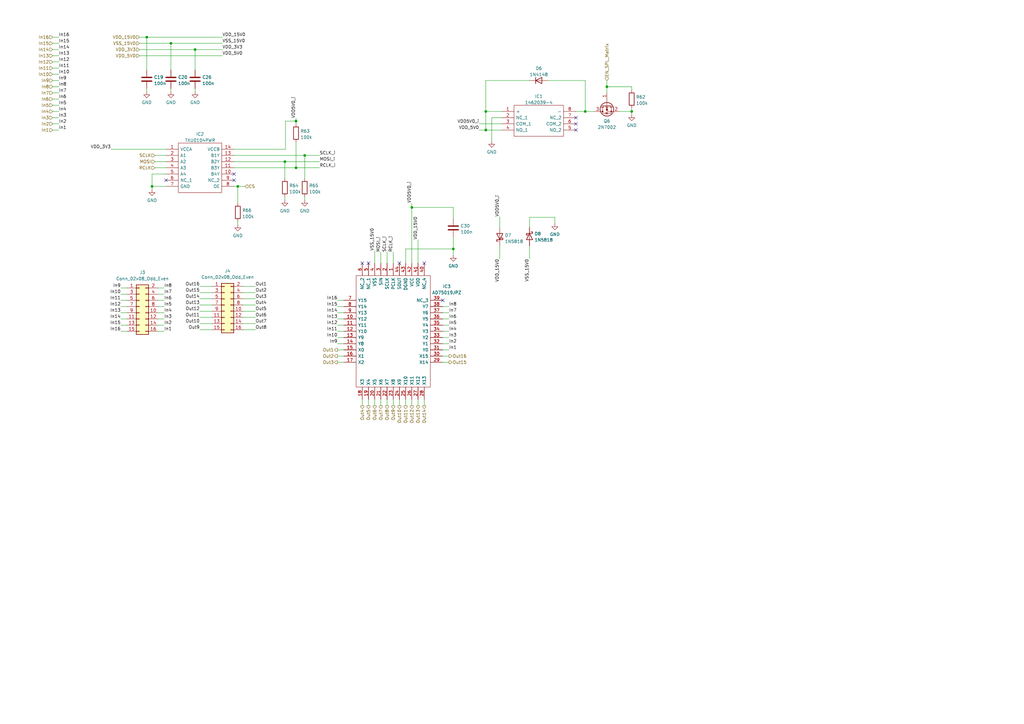
<source format=kicad_sch>
(kicad_sch (version 20211123) (generator eeschema)
  (paper "A3")
  (lib_symbols
    (symbol "Connector_Generic:Conn_02x08_Odd_Even" (pin_names (offset 1.016) hide)
      (property "Reference" "J" (at 1.27 10.16 0))
      (property "Value" "Conn_02x08_Odd_Even" (at 1.27 -12.7 0))
      (symbol "Conn_02x08_Odd_Even_1_1"
        (rectangle (start -1.27 -10.033) (end 0 -10.287) (stroke (width 0.1524)))
        (rectangle (start -1.27 -7.493) (end 0 -7.747) (stroke (width 0.1524)))
        (rectangle (start -1.27 -4.953) (end 0 -5.207) (stroke (width 0.1524)))
        (rectangle (start -1.27 -2.413) (end 0 -2.667) (stroke (width 0.1524)))
        (rectangle (start -1.27 0.127) (end 0 -0.127) (stroke (width 0.1524)))
        (rectangle (start -1.27 2.667) (end 0 2.413) (stroke (width 0.1524)))
        (rectangle (start -1.27 5.207) (end 0 4.953) (stroke (width 0.1524)))
        (rectangle (start -1.27 7.747) (end 0 7.493) (stroke (width 0.1524)))
        (rectangle (start -1.27 8.89) (end 3.81 -11.43) (stroke (width 0.254)) (fill (type background)))
        (rectangle (start 3.81 -10.033) (end 2.54 -10.287) (stroke (width 0.1524)))
        (rectangle (start 3.81 -7.493) (end 2.54 -7.747) (stroke (width 0.1524)))
        (rectangle (start 3.81 -4.953) (end 2.54 -5.207) (stroke (width 0.1524)))
        (rectangle (start 3.81 -2.413) (end 2.54 -2.667) (stroke (width 0.1524)))
        (rectangle (start 3.81 0.127) (end 2.54 -0.127) (stroke (width 0.1524)))
        (rectangle (start 3.81 2.667) (end 2.54 2.413) (stroke (width 0.1524)))
        (rectangle (start 3.81 5.207) (end 2.54 4.953) (stroke (width 0.1524)))
        (rectangle (start 3.81 7.747) (end 2.54 7.493) (stroke (width 0.1524)))
        (pin passive line (at -5.08 7.62 0) (length 3.81) (name "Pin_1") (number "1"))
        (pin passive line (at 7.62 -2.54 180) (length 3.81) (name "Pin_10") (number "10"))
        (pin passive line (at -5.08 -5.08 0) (length 3.81) (name "Pin_11") (number "11"))
        (pin passive line (at 7.62 -5.08 180) (length 3.81) (name "Pin_12") (number "12"))
        (pin passive line (at -5.08 -7.62 0) (length 3.81) (name "Pin_13") (number "13"))
        (pin passive line (at 7.62 -7.62 180) (length 3.81) (name "Pin_14") (number "14"))
        (pin passive line (at -5.08 -10.16 0) (length 3.81) (name "Pin_15") (number "15"))
        (pin passive line (at 7.62 -10.16 180) (length 3.81) (name "Pin_16") (number "16"))
        (pin passive line (at 7.62 7.62 180) (length 3.81) (name "Pin_2") (number "2"))
        (pin passive line (at -5.08 5.08 0) (length 3.81) (name "Pin_3") (number "3"))
        (pin passive line (at 7.62 5.08 180) (length 3.81) (name "Pin_4") (number "4"))
        (pin passive line (at -5.08 2.54 0) (length 3.81) (name "Pin_5") (number "5"))
        (pin passive line (at 7.62 2.54 180) (length 3.81) (name "Pin_6") (number "6"))
        (pin passive line (at -5.08 0 0) (length 3.81) (name "Pin_7") (number "7"))
        (pin passive line (at 7.62 0 180) (length 3.81) (name "Pin_8") (number "8"))
        (pin passive line (at -5.08 -2.54 0) (length 3.81) (name "Pin_9") (number "9"))
      )
    )
    (symbol "Device:C" (pin_numbers hide) (pin_names (offset 0.254))
      (property "Reference" "C" (at 0.635 2.54 0))
      (property "Value" "C" (at 0.635 -2.54 0))
      (symbol "C_0_1"
        (polyline (pts (xy -2.032 -0.762) (xy 2.032 -0.762)) (stroke (width 0.508)))
        (polyline (pts (xy -2.032 0.762) (xy 2.032 0.762)) (stroke (width 0.508)))
      )
      (symbol "C_1_1"
        (pin passive line (at 0 3.81 270) (length 2.794) (name "~") (number "1"))
        (pin passive line (at 0 -3.81 90) (length 2.794) (name "~") (number "2"))
      )
    )
    (symbol "Device:R" (pin_numbers hide) (pin_names (offset 0))
      (property "Reference" "R" (at 2.032 0 90))
      (property "Value" "R" (at 0 0 90))
      (symbol "R_0_1"
        (rectangle (start -1.016 -2.54) (end 1.016 2.54) (stroke (width 0.254)))
      )
      (symbol "R_1_1"
        (pin passive line (at 0 3.81 270) (length 1.27) (name "~") (number "1"))
        (pin passive line (at 0 -3.81 90) (length 1.27) (name "~") (number "2"))
      )
    )
    (symbol "Diode:1N4148" (pin_numbers hide) (pin_names hide)
      (property "Reference" "D" (at 0 2.54 0))
      (property "Value" "1N4148" (at 0 -2.54 0))
      (symbol "1N4148_0_1"
        (polyline (pts (xy -1.27 1.27) (xy -1.27 -1.27)) (stroke (width 0.254)))
        (polyline (pts (xy 1.27 0) (xy -1.27 0)))
        (polyline (pts (xy 1.27 1.27) (xy 1.27 -1.27) (xy -1.27 0) (xy 1.27 1.27)) (stroke (width 0.254)))
      )
      (symbol "1N4148_1_1"
        (pin passive line (at -3.81 0 0) (length 2.54) (name "K") (number "1"))
        (pin passive line (at 3.81 0 180) (length 2.54) (name "A") (number "2"))
      )
    )
    (symbol "Diode:1N5818" (pin_numbers hide) (pin_names (offset 1.016) hide)
      (property "Reference" "D" (at 0 2.54 0))
      (property "Value" "1N5818" (at 0 -2.54 0))
      (symbol "1N5818_0_1"
        (polyline (pts (xy 1.27 0) (xy -1.27 0)))
        (polyline (pts (xy 1.27 1.27) (xy 1.27 -1.27) (xy -1.27 0) (xy 1.27 1.27)) (stroke (width 0.254)))
        (polyline (pts (xy -1.905 0.635) (xy -1.905 1.27) (xy -1.27 1.27) (xy -1.27 -1.27) (xy -0.635 -1.27) (xy -0.635 -0.635)) (stroke (width 0.254)))
      )
      (symbol "1N5818_1_1"
        (pin passive line (at -3.81 0 0) (length 2.54) (name "K") (number "1"))
        (pin passive line (at 3.81 0 180) (length 2.54) (name "A") (number "2"))
      )
    )
    (symbol "SamacSys_Parts:1462039-4" (pin_names (offset 0.762))
      (property "Reference" "IC" (at 26.67 7.62 0))
      (property "Value" "1462039-4" (at 26.67 5.08 0))
      (symbol "1462039-4_0_0"
        (pin passive line (at 0 0 0) (length 5.08) (name "+") (number "1"))
        (pin passive line (at 0 -2.54 0) (length 5.08) (name "NC_1") (number "2"))
        (pin passive line (at 0 -5.08 0) (length 5.08) (name "COM_1") (number "3"))
        (pin passive line (at 0 -7.62 0) (length 5.08) (name "NO_1") (number "4"))
        (pin passive line (at 30.48 -7.62 180) (length 5.08) (name "NO_2") (number "5"))
        (pin passive line (at 30.48 -5.08 180) (length 5.08) (name "COM_2") (number "6"))
        (pin passive line (at 30.48 -2.54 180) (length 5.08) (name "NC_2") (number "7"))
        (pin passive line (at 30.48 0 180) (length 5.08) (name "-") (number "8"))
      )
      (symbol "1462039-4_0_1"
        (polyline (pts (xy 5.08 2.54) (xy 25.4 2.54) (xy 25.4 -10.16) (xy 5.08 -10.16) (xy 5.08 2.54)) (stroke (width 0.1524)))
      )
    )
    (symbol "SamacSys_Parts:AD75019JPZ" (pin_names (offset 0.762))
      (property "Reference" "IC" (at 36.83 15.24 0))
      (property "Value" "AD75019JPZ" (at 36.83 12.7 0))
      (symbol "AD75019JPZ_0_0"
        (pin passive line (at 20.32 15.24 270) (length 5.08) (name "PCLK") (number "1"))
        (pin passive line (at 0 -7.62 0) (length 5.08) (name "Y12") (number "10"))
        (pin passive line (at 0 -10.16 0) (length 5.08) (name "Y11") (number "11"))
        (pin passive line (at 0 -12.7 0) (length 5.08) (name "Y10") (number "12"))
        (pin passive line (at 0 -15.24 0) (length 5.08) (name "Y9") (number "13"))
        (pin passive line (at 0 -17.78 0) (length 5.08) (name "Y8") (number "14"))
        (pin passive line (at 0 -20.32 0) (length 5.08) (name "X0") (number "15"))
        (pin passive line (at 0 -22.86 0) (length 5.08) (name "X1") (number "16"))
        (pin passive line (at 0 -25.4 0) (length 5.08) (name "X2") (number "17"))
        (pin passive line (at 7.62 -40.64 90) (length 5.08) (name "X3") (number "18"))
        (pin passive line (at 10.16 -40.64 90) (length 5.08) (name "X4") (number "19"))
        (pin passive line (at 17.78 15.24 270) (length 5.08) (name "SCLK") (number "2"))
        (pin passive line (at 12.7 -40.64 90) (length 5.08) (name "X5") (number "20"))
        (pin passive line (at 15.24 -40.64 90) (length 5.08) (name "X6") (number "21"))
        (pin passive line (at 17.78 -40.64 90) (length 5.08) (name "X7") (number "22"))
        (pin passive line (at 20.32 -40.64 90) (length 5.08) (name "X8") (number "23"))
        (pin passive line (at 22.86 -40.64 90) (length 5.08) (name "X9") (number "24"))
        (pin passive line (at 25.4 -40.64 90) (length 5.08) (name "X10") (number "25"))
        (pin passive line (at 27.94 -40.64 90) (length 5.08) (name "X11") (number "26"))
        (pin passive line (at 30.48 -40.64 90) (length 5.08) (name "X12") (number "27"))
        (pin passive line (at 33.02 -40.64 90) (length 5.08) (name "X13") (number "28"))
        (pin passive line (at 40.64 -25.4 180) (length 5.08) (name "X14") (number "29"))
        (pin passive line (at 15.24 15.24 270) (length 5.08) (name "SIN") (number "3"))
        (pin passive line (at 40.64 -22.86 180) (length 5.08) (name "X15") (number "30"))
        (pin passive line (at 40.64 -20.32 180) (length 5.08) (name "Y0") (number "31"))
        (pin passive line (at 40.64 -17.78 180) (length 5.08) (name "Y1") (number "32"))
        (pin passive line (at 40.64 -15.24 180) (length 5.08) (name "Y2") (number "33"))
        (pin passive line (at 40.64 -12.7 180) (length 5.08) (name "Y3") (number "34"))
        (pin passive line (at 40.64 -10.16 180) (length 5.08) (name "Y4") (number "35"))
        (pin passive line (at 40.64 -7.62 180) (length 5.08) (name "Y5") (number "36"))
        (pin passive line (at 40.64 -5.08 180) (length 5.08) (name "Y6") (number "37"))
        (pin passive line (at 40.64 -2.54 180) (length 5.08) (name "Y7") (number "38"))
        (pin passive line (at 40.64 0 180) (length 5.08) (name "NC_3") (number "39"))
        (pin passive line (at 12.7 15.24 270) (length 5.08) (name "VSS") (number "4"))
        (pin passive line (at 33.02 15.24 270) (length 5.08) (name "NC_4") (number "40"))
        (pin passive line (at 30.48 15.24 270) (length 5.08) (name "VDD") (number "41"))
        (pin passive line (at 27.94 15.24 270) (length 5.08) (name "VCC") (number "42"))
        (pin passive line (at 25.4 15.24 270) (length 5.08) (name "DGND") (number "43"))
        (pin passive line (at 22.86 15.24 270) (length 5.08) (name "SOUT") (number "44"))
        (pin passive line (at 10.16 15.24 270) (length 5.08) (name "NC_1") (number "5"))
        (pin passive line (at 7.62 15.24 270) (length 5.08) (name "NC_2") (number "6"))
        (pin passive line (at 0 0 0) (length 5.08) (name "Y15") (number "7"))
        (pin passive line (at 0 -2.54 0) (length 5.08) (name "Y14") (number "8"))
        (pin passive line (at 0 -5.08 0) (length 5.08) (name "Y13") (number "9"))
      )
      (symbol "AD75019JPZ_0_1"
        (polyline (pts (xy 5.08 10.16) (xy 35.56 10.16) (xy 35.56 -35.56) (xy 5.08 -35.56) (xy 5.08 10.16)) (stroke (width 0.1524)))
      )
    )
    (symbol "SamacSys_Parts:TXU0104PWR" (pin_names (offset 0.762))
      (property "Reference" "IC" (at 24.13 7.62 0))
      (property "Value" "TXU0104PWR" (at 24.13 5.08 0))
      (symbol "TXU0104PWR_0_0"
        (pin passive line (at 0 0 0) (length 5.08) (name "VCCA") (number "1"))
        (pin passive line (at 27.94 -10.16 180) (length 5.08) (name "B4Y") (number "10"))
        (pin passive line (at 27.94 -7.62 180) (length 5.08) (name "B3Y") (number "11"))
        (pin passive line (at 27.94 -5.08 180) (length 5.08) (name "B2Y") (number "12"))
        (pin passive line (at 27.94 -2.54 180) (length 5.08) (name "B1Y") (number "13"))
        (pin passive line (at 27.94 0 180) (length 5.08) (name "VCCB") (number "14"))
        (pin passive line (at 0 -2.54 0) (length 5.08) (name "A1") (number "2"))
        (pin passive line (at 0 -5.08 0) (length 5.08) (name "A2") (number "3"))
        (pin passive line (at 0 -7.62 0) (length 5.08) (name "A3") (number "4"))
        (pin passive line (at 0 -10.16 0) (length 5.08) (name "A4") (number "5"))
        (pin passive line (at 0 -12.7 0) (length 5.08) (name "NC_1") (number "6"))
        (pin passive line (at 0 -15.24 0) (length 5.08) (name "GND") (number "7"))
        (pin passive line (at 27.94 -15.24 180) (length 5.08) (name "OE") (number "8"))
        (pin passive line (at 27.94 -12.7 180) (length 5.08) (name "NC_2") (number "9"))
      )
      (symbol "TXU0104PWR_0_1"
        (polyline (pts (xy 5.08 2.54) (xy 22.86 2.54) (xy 22.86 -17.78) (xy 5.08 -17.78) (xy 5.08 2.54)) (stroke (width 0.1524)))
      )
    )
    (symbol "Transistor_FET:2N7002" (pin_names hide)
      (property "Reference" "Q" (at 5.08 1.905 0))
      (property "Value" "2N7002" (at 5.08 0 0))
      (symbol "2N7002_0_1"
        (polyline (pts (xy 0.254 0) (xy -2.54 0)))
        (polyline (pts (xy 0.254 1.905) (xy 0.254 -1.905)) (stroke (width 0.254)))
        (polyline (pts (xy 0.762 -1.27) (xy 0.762 -2.286)) (stroke (width 0.254)))
        (polyline (pts (xy 0.762 0.508) (xy 0.762 -0.508)) (stroke (width 0.254)))
        (polyline (pts (xy 0.762 2.286) (xy 0.762 1.27)) (stroke (width 0.254)))
        (polyline (pts (xy 2.54 2.54) (xy 2.54 1.778)))
        (polyline (pts (xy 2.54 -2.54) (xy 2.54 0) (xy 0.762 0)))
        (polyline (pts (xy 0.762 -1.778) (xy 3.302 -1.778) (xy 3.302 1.778) (xy 0.762 1.778)))
        (polyline (pts (xy 1.016 0) (xy 2.032 0.381) (xy 2.032 -0.381) (xy 1.016 0)) (fill (type outline)))
        (polyline (pts (xy 2.794 0.508) (xy 2.921 0.381) (xy 3.683 0.381) (xy 3.81 0.254)))
        (polyline (pts (xy 3.302 0.381) (xy 2.921 -0.254) (xy 3.683 -0.254) (xy 3.302 0.381)))
        (circle (center 1.651 0) (radius 2.794) (stroke (width 0.254)))
        (circle (center 2.54 -1.778) (radius 0.254) (fill (type outline)))
        (circle (center 2.54 1.778) (radius 0.254) (fill (type outline)))
      )
      (symbol "2N7002_1_1"
        (pin input line (at -5.08 0 0) (length 2.54) (name "G") (number "1"))
        (pin passive line (at 2.54 -5.08 90) (length 2.54) (name "S") (number "2"))
        (pin passive line (at 2.54 5.08 270) (length 2.54) (name "D") (number "3"))
      )
    )
    (symbol "power:GND" (power) (pin_names (offset 0))
      (property "Value" "GND" (at 0 -3.81 0))
      (symbol "GND_0_1"
        (polyline (pts (xy 0 0) (xy 0 -1.27) (xy 1.27 -1.27) (xy 0 -2.54) (xy -1.27 -1.27) (xy 0 -1.27)))
      )
      (symbol "GND_1_1"
        (pin power_in line (at 0 0 270) (length 0) hide (name "GND") (number "1"))
      )
    )
  )
  (junction (at 62.357 76.454))
  (junction (at 168.91 85.09))
  (junction (at 199.263 53.34))
  (junction (at 60.198 15.24))
  (junction (at 199.263 45.72))
  (junction (at 116.84 66.294))
  (junction (at 70.104 17.78))
  (junction (at 124.968 63.754))
  (junction (at 121.412 68.834))
  (junction (at 97.536 76.454))
  (junction (at 259.08 45.72))
  (junction (at 240.03 45.72))
  (junction (at 248.92 35.56))
  (junction (at 80.01 20.32))
  (junction (at 185.928 102.108))
  (junction (at 121.412 49.657))
  (no_connect (at 236.22 48.26))
  (no_connect (at 173.99 107.95))
  (no_connect (at 236.22 50.8))
  (no_connect (at 68.072 73.914))
  (no_connect (at 96.012 71.374))
  (no_connect (at 236.22 53.34))
  (no_connect (at 96.012 73.914))
  (no_connect (at 148.59 107.95))
  (no_connect (at 151.13 107.95))
  (no_connect (at 181.61 123.19))
  (no_connect (at 163.83 107.95))
  (wire (pts (xy 240.03 45.72) (xy 243.84 45.72)))
  (wire (pts (xy 259.08 44.45) (xy 259.08 45.72)))
  (wire (pts (xy 161.29 163.83) (xy 161.29 166.37)))
  (wire (pts (xy 57.15 17.78) (xy 70.104 17.78)))
  (wire (pts (xy 168.91 83.312) (xy 168.91 85.09)))
  (wire (pts (xy 121.412 68.834) (xy 131.064 68.834)))
  (wire (pts (xy 63.5 68.834) (xy 68.072 68.834)))
  (wire (pts (xy 140.97 130.81) (xy 138.43 130.81)))
  (wire (pts (xy 21.59 30.48) (xy 24.13 30.48)))
  (wire (pts (xy 204.978 88.9) (xy 204.978 93.218)))
  (wire (pts (xy 21.59 27.94) (xy 24.13 27.94)))
  (wire (pts (xy 64.77 135.89) (xy 67.31 135.89)))
  (wire (pts (xy 196.469 53.34) (xy 199.263 53.34)))
  (wire (pts (xy 62.357 77.724) (xy 62.357 76.454)))
  (wire (pts (xy 64.77 120.65) (xy 67.31 120.65)))
  (wire (pts (xy 64.77 118.11) (xy 67.31 118.11)))
  (wire (pts (xy 196.469 50.8) (xy 205.74 50.8)))
  (wire (pts (xy 199.263 53.34) (xy 205.74 53.34)))
  (wire (pts (xy 86.995 117.475) (xy 81.915 117.475)))
  (wire (pts (xy 181.61 148.59) (xy 184.15 148.59)))
  (wire (pts (xy 148.59 163.83) (xy 148.59 166.37)))
  (wire (pts (xy 227.584 89.154) (xy 227.584 91.694)))
  (wire (pts (xy 52.07 120.65) (xy 49.53 120.65)))
  (wire (pts (xy 21.59 53.34) (xy 24.13 53.34)))
  (wire (pts (xy 99.695 132.715) (xy 104.775 132.715)))
  (wire (pts (xy 185.928 85.09) (xy 168.91 85.09)))
  (wire (pts (xy 52.07 135.89) (xy 49.53 135.89)))
  (wire (pts (xy 185.928 97.282) (xy 185.928 102.108)))
  (wire (pts (xy 181.61 125.73) (xy 184.15 125.73)))
  (wire (pts (xy 99.695 120.015) (xy 104.775 120.015)))
  (wire (pts (xy 140.97 128.27) (xy 138.43 128.27)))
  (wire (pts (xy 99.695 127.635) (xy 104.775 127.635)))
  (wire (pts (xy 86.995 132.715) (xy 81.915 132.715)))
  (wire (pts (xy 156.21 107.95) (xy 156.21 103.378)))
  (wire (pts (xy 70.104 17.78) (xy 91.186 17.78)))
  (wire (pts (xy 52.07 118.11) (xy 49.53 118.11)))
  (wire (pts (xy 156.21 163.83) (xy 156.21 166.37)))
  (wire (pts (xy 21.59 40.64) (xy 24.13 40.64)))
  (wire (pts (xy 171.45 107.95) (xy 171.45 98.298)))
  (wire (pts (xy 217.17 100.838) (xy 217.17 106.172)))
  (wire (pts (xy 80.01 20.32) (xy 91.186 20.32)))
  (wire (pts (xy 68.072 71.374) (xy 62.357 71.374)))
  (wire (pts (xy 199.263 45.72) (xy 199.263 33.02)))
  (wire (pts (xy 99.695 125.095) (xy 104.775 125.095)))
  (wire (pts (xy 99.695 130.175) (xy 104.775 130.175)))
  (wire (pts (xy 124.968 63.754) (xy 131.064 63.754)))
  (wire (pts (xy 86.995 127.635) (xy 81.915 127.635)))
  (wire (pts (xy 64.77 128.27) (xy 67.31 128.27)))
  (wire (pts (xy 96.012 66.294) (xy 116.84 66.294)))
  (wire (pts (xy 161.29 107.95) (xy 161.29 103.378)))
  (wire (pts (xy 121.412 49.657) (xy 121.412 50.8)))
  (wire (pts (xy 21.59 25.4) (xy 24.13 25.4)))
  (wire (pts (xy 140.97 138.43) (xy 138.43 138.43)))
  (wire (pts (xy 158.75 163.83) (xy 158.75 166.37)))
  (wire (pts (xy 99.695 135.255) (xy 104.775 135.255)))
  (wire (pts (xy 248.92 35.56) (xy 259.08 35.56)))
  (wire (pts (xy 21.59 50.8) (xy 24.13 50.8)))
  (wire (pts (xy 117.094 61.214) (xy 117.094 49.657)))
  (wire (pts (xy 96.012 76.454) (xy 97.536 76.454)))
  (wire (pts (xy 70.104 37.592) (xy 70.104 36.322)))
  (wire (pts (xy 121.412 48.514) (xy 121.412 49.657)))
  (wire (pts (xy 166.37 163.83) (xy 166.37 166.37)))
  (wire (pts (xy 259.08 35.56) (xy 259.08 36.83)))
  (wire (pts (xy 45.466 61.214) (xy 68.072 61.214)))
  (wire (pts (xy 64.77 123.19) (xy 67.31 123.19)))
  (wire (pts (xy 217.17 89.154) (xy 227.584 89.154)))
  (wire (pts (xy 140.97 135.89) (xy 138.43 135.89)))
  (wire (pts (xy 124.968 63.754) (xy 124.968 73.152)))
  (wire (pts (xy 240.03 33.02) (xy 224.79 33.02)))
  (wire (pts (xy 124.968 82.042) (xy 124.968 80.772)))
  (wire (pts (xy 62.357 76.454) (xy 68.072 76.454)))
  (wire (pts (xy 21.59 38.1) (xy 24.13 38.1)))
  (wire (pts (xy 181.61 130.81) (xy 184.15 130.81)))
  (wire (pts (xy 181.61 128.27) (xy 184.15 128.27)))
  (wire (pts (xy 49.53 133.35) (xy 52.07 133.35)))
  (wire (pts (xy 86.995 122.555) (xy 81.915 122.555)))
  (wire (pts (xy 116.84 66.294) (xy 131.064 66.294)))
  (wire (pts (xy 236.22 45.72) (xy 240.03 45.72)))
  (wire (pts (xy 52.07 128.27) (xy 49.53 128.27)))
  (wire (pts (xy 86.995 130.175) (xy 81.915 130.175)))
  (wire (pts (xy 97.536 92.202) (xy 97.536 90.932)))
  (wire (pts (xy 168.91 163.83) (xy 168.91 166.37)))
  (wire (pts (xy 64.77 130.81) (xy 67.31 130.81)))
  (wire (pts (xy 153.67 107.95) (xy 153.67 102.87)))
  (wire (pts (xy 64.77 133.35) (xy 67.31 133.35)))
  (wire (pts (xy 181.61 135.89) (xy 184.15 135.89)))
  (wire (pts (xy 57.15 20.32) (xy 80.01 20.32)))
  (wire (pts (xy 201.676 48.26) (xy 201.676 57.912)))
  (wire (pts (xy 21.59 20.32) (xy 24.13 20.32)))
  (wire (pts (xy 140.97 140.97) (xy 138.43 140.97)))
  (wire (pts (xy 63.5 63.754) (xy 68.072 63.754)))
  (wire (pts (xy 62.357 71.374) (xy 62.357 76.454)))
  (wire (pts (xy 96.012 68.834) (xy 121.412 68.834)))
  (wire (pts (xy 96.012 61.214) (xy 117.094 61.214)))
  (wire (pts (xy 158.75 107.95) (xy 158.75 103.378)))
  (wire (pts (xy 21.59 45.72) (xy 24.13 45.72)))
  (wire (pts (xy 60.198 15.24) (xy 91.186 15.24)))
  (wire (pts (xy 153.67 163.83) (xy 153.67 166.37)))
  (wire (pts (xy 52.07 123.19) (xy 49.53 123.19)))
  (wire (pts (xy 254 45.72) (xy 259.08 45.72)))
  (wire (pts (xy 140.97 148.59) (xy 138.43 148.59)))
  (wire (pts (xy 21.59 35.56) (xy 24.13 35.56)))
  (wire (pts (xy 21.59 48.26) (xy 24.13 48.26)))
  (wire (pts (xy 185.928 102.108) (xy 185.928 104.648)))
  (wire (pts (xy 140.97 123.19) (xy 138.43 123.19)))
  (wire (pts (xy 240.03 45.72) (xy 240.03 33.02)))
  (wire (pts (xy 86.995 120.015) (xy 81.915 120.015)))
  (wire (pts (xy 52.07 125.73) (xy 49.53 125.73)))
  (wire (pts (xy 259.08 45.72) (xy 259.08 46.99)))
  (wire (pts (xy 181.61 146.05) (xy 184.15 146.05)))
  (wire (pts (xy 185.928 89.662) (xy 185.928 85.09)))
  (wire (pts (xy 217.17 89.154) (xy 217.17 93.218)))
  (wire (pts (xy 60.198 28.702) (xy 60.198 15.24)))
  (wire (pts (xy 171.45 163.83) (xy 171.45 166.37)))
  (wire (pts (xy 97.536 76.454) (xy 100.457 76.454)))
  (wire (pts (xy 52.07 130.81) (xy 49.53 130.81)))
  (wire (pts (xy 151.13 163.83) (xy 151.13 166.37)))
  (wire (pts (xy 80.01 28.702) (xy 80.01 20.32)))
  (wire (pts (xy 21.59 15.24) (xy 24.13 15.24)))
  (wire (pts (xy 70.104 17.78) (xy 70.104 28.702)))
  (wire (pts (xy 121.412 58.42) (xy 121.412 68.834)))
  (wire (pts (xy 116.84 66.294) (xy 116.84 73.152)))
  (wire (pts (xy 97.536 76.454) (xy 97.536 83.312)))
  (wire (pts (xy 116.84 82.042) (xy 116.84 80.772)))
  (wire (pts (xy 168.91 85.09) (xy 168.91 107.95)))
  (wire (pts (xy 163.83 163.83) (xy 163.83 166.37)))
  (wire (pts (xy 166.37 102.108) (xy 166.37 107.95)))
  (wire (pts (xy 201.676 48.26) (xy 205.74 48.26)))
  (wire (pts (xy 60.198 37.592) (xy 60.198 36.322)))
  (wire (pts (xy 117.094 49.657) (xy 121.412 49.657)))
  (wire (pts (xy 199.263 33.02) (xy 217.17 33.02)))
  (wire (pts (xy 99.695 122.555) (xy 104.775 122.555)))
  (wire (pts (xy 86.995 135.255) (xy 81.915 135.255)))
  (wire (pts (xy 64.77 125.73) (xy 67.31 125.73)))
  (wire (pts (xy 138.43 125.73) (xy 140.97 125.73)))
  (wire (pts (xy 140.97 143.51) (xy 138.43 143.51)))
  (wire (pts (xy 140.97 133.35) (xy 138.43 133.35)))
  (wire (pts (xy 96.012 63.754) (xy 124.968 63.754)))
  (wire (pts (xy 181.61 133.35) (xy 184.15 133.35)))
  (wire (pts (xy 57.15 15.24) (xy 60.198 15.24)))
  (wire (pts (xy 138.43 146.05) (xy 140.97 146.05)))
  (wire (pts (xy 63.5 66.294) (xy 68.072 66.294)))
  (wire (pts (xy 86.995 125.095) (xy 81.915 125.095)))
  (wire (pts (xy 21.59 43.18) (xy 24.13 43.18)))
  (wire (pts (xy 99.695 117.475) (xy 104.775 117.475)))
  (wire (pts (xy 80.01 37.592) (xy 80.01 36.322)))
  (wire (pts (xy 173.99 163.83) (xy 173.99 166.37)))
  (wire (pts (xy 205.74 45.72) (xy 199.263 45.72)))
  (wire (pts (xy 21.59 22.86) (xy 24.13 22.86)))
  (wire (pts (xy 248.92 35.56) (xy 248.92 38.1)))
  (wire (pts (xy 248.92 33.02) (xy 248.92 35.56)))
  (wire (pts (xy 204.978 100.838) (xy 204.978 106.172)))
  (wire (pts (xy 21.59 33.02) (xy 24.13 33.02)))
  (wire (pts (xy 199.263 45.72) (xy 199.263 53.34)))
  (wire (pts (xy 181.61 138.43) (xy 184.15 138.43)))
  (wire (pts (xy 181.61 143.51) (xy 184.15 143.51)))
  (wire (pts (xy 181.61 140.97) (xy 184.15 140.97)))
  (wire (pts (xy 24.13 17.78) (xy 21.59 17.78)))
  (wire (pts (xy 185.928 102.108) (xy 166.37 102.108)))
  (wire (pts (xy 57.15 22.86) (xy 91.186 22.86)))
  (label "Out15" (at 81.915 120.015 180))
  (label "In6" (at 24.13 40.64 0))
  (label "In14" (at 49.53 130.81 180))
  (label "In16" (at 24.13 15.24 0))
  (label "VDD_3V3" (at 45.466 61.214 180))
  (label "In4" (at 24.13 45.72 0))
  (label "In9" (at 49.53 118.11 180))
  (label "In13" (at 24.13 22.86 0))
  (label "Out1" (at 104.775 117.475 0))
  (label "In13" (at 138.43 130.81 180))
  (label "Out5" (at 104.775 127.635 0))
  (label "Out14" (at 81.915 122.555 180))
  (label "Out9" (at 81.915 135.255 180))
  (label "VDD_5V0" (at 196.469 53.34 180))
  (label "Out2" (at 104.775 120.015 0))
  (label "In7" (at 184.15 128.27 0))
  (label "RCLK_i" (at 131.064 68.834 0))
  (label "In3" (at 184.15 138.43 0))
  (label "In10" (at 49.53 120.65 180))
  (label "RCLK_i" (at 161.29 103.378 90))
  (label "In2" (at 184.15 140.97 0))
  (label "VDD_3V3" (at 91.186 20.32 0))
  (label "Out12" (at 81.915 127.635 180))
  (label "In3" (at 24.13 48.26 0))
  (label "In2" (at 67.31 133.35 0))
  (label "In5" (at 184.15 133.35 0))
  (label "SCLK_i" (at 158.75 103.378 90))
  (label "In3" (at 67.31 130.81 0))
  (label "In11" (at 24.13 27.94 0))
  (label "VSS_15V0" (at 153.67 102.87 90))
  (label "In13" (at 49.53 128.27 180))
  (label "In4" (at 184.15 135.89 0))
  (label "Out3" (at 104.775 122.555 0))
  (label "Out10" (at 81.915 132.715 180))
  (label "Out8" (at 104.775 135.255 0))
  (label "In7" (at 24.13 38.1 0))
  (label "In9" (at 24.13 33.02 0))
  (label "In7" (at 67.31 120.65 0))
  (label "VDD5V0_i" (at 121.412 48.514 90))
  (label "VDD5V0_i" (at 168.91 83.312 90))
  (label "Out7" (at 104.775 132.715 0))
  (label "VSS_15V0" (at 91.186 17.78 0))
  (label "In16" (at 138.43 123.19 180))
  (label "In1" (at 67.31 135.89 0))
  (label "MOSI_i" (at 131.064 66.294 0))
  (label "In10" (at 138.43 138.43 180))
  (label "VDD_15V0" (at 171.45 98.298 90))
  (label "In6" (at 184.15 130.81 0))
  (label "In5" (at 67.31 125.73 0))
  (label "In2" (at 24.13 50.8 0))
  (label "In11" (at 49.53 123.19 180))
  (label "In5" (at 24.13 43.18 0))
  (label "Out11" (at 81.915 130.175 180))
  (label "SCLK_i" (at 131.064 63.754 0))
  (label "In14" (at 24.13 20.32 0))
  (label "In15" (at 138.43 125.73 180))
  (label "MOSI_i" (at 156.21 103.378 90))
  (label "Out4" (at 104.775 125.095 0))
  (label "VSS_15V0" (at 217.17 106.172 270))
  (label "VDD5V0_i" (at 196.469 50.8 180))
  (label "VDD5V0_i" (at 204.978 88.9 90))
  (label "In12" (at 49.53 125.73 180))
  (label "Out16" (at 81.915 117.475 180))
  (label "In1" (at 24.13 53.34 0))
  (label "In1" (at 184.15 143.51 0))
  (label "In8" (at 24.13 35.56 0))
  (label "Out13" (at 81.915 125.095 180))
  (label "VDD_15V0" (at 91.186 15.24 0))
  (label "VDD_15V0" (at 204.978 106.172 270))
  (label "Out6" (at 104.775 130.175 0))
  (label "VDD_5V0" (at 91.186 22.86 0))
  (label "In8" (at 67.31 118.11 0))
  (label "In15" (at 24.13 17.78 0))
  (label "In15" (at 49.53 133.35 180))
  (label "In8" (at 184.15 125.73 0))
  (label "In6" (at 67.31 123.19 0))
  (label "In12" (at 24.13 25.4 0))
  (label "In10" (at 24.13 30.48 0))
  (label "In14" (at 138.43 128.27 180))
  (label "In11" (at 138.43 135.89 180))
  (label "In9" (at 138.43 140.97 180))
  (label "In16" (at 49.53 135.89 180))
  (label "In12" (at 138.43 133.35 180))
  (label "In4" (at 67.31 128.27 0))
  (hierarchical_label "Out11" (shape output) (at 166.37 166.37 270))
  (hierarchical_label "Out5" (shape output) (at 151.13 166.37 270))
  (hierarchical_label "Out6" (shape output) (at 153.67 166.37 270))
  (hierarchical_label "In6" (shape input) (at 21.59 40.64 180))
  (hierarchical_label "Out12" (shape output) (at 168.91 166.37 270))
  (hierarchical_label "Out9" (shape output) (at 161.29 166.37 270))
  (hierarchical_label "Out8" (shape output) (at 158.75 166.37 270))
  (hierarchical_label "Out3" (shape output) (at 138.43 148.59 180))
  (hierarchical_label "VDD_15V0" (shape input) (at 57.15 15.24 180))
  (hierarchical_label "In14" (shape input) (at 21.59 20.32 180))
  (hierarchical_label "In2" (shape input) (at 21.59 50.8 180))
  (hierarchical_label "Out4" (shape output) (at 148.59 166.37 270))
  (hierarchical_label "In5" (shape input) (at 21.59 43.18 180))
  (hierarchical_label "Out7" (shape output) (at 156.21 166.37 270))
  (hierarchical_label "CS" (shape input) (at 100.457 76.454 0))
  (hierarchical_label "In9" (shape input) (at 21.59 33.02 180))
  (hierarchical_label "In16" (shape input) (at 21.59 15.24 180))
  (hierarchical_label "RCLK" (shape input) (at 63.5 68.834 180))
  (hierarchical_label "In8" (shape input) (at 21.59 35.56 180))
  (hierarchical_label "VSS_15V0" (shape input) (at 57.15 17.78 180))
  (hierarchical_label "Out13" (shape output) (at 171.45 166.37 270))
  (hierarchical_label "Out15" (shape output) (at 184.15 148.59 0))
  (hierarchical_label "In1" (shape input) (at 21.59 53.34 180))
  (hierarchical_label "In13" (shape input) (at 21.59 22.86 180))
  (hierarchical_label "EN_SPL_Matrix" (shape input) (at 248.92 33.02 90))
  (hierarchical_label "In3" (shape input) (at 21.59 48.26 180))
  (hierarchical_label "In4" (shape input) (at 21.59 45.72 180))
  (hierarchical_label "Out14" (shape output) (at 173.99 166.37 270))
  (hierarchical_label "In7" (shape input) (at 21.59 38.1 180))
  (hierarchical_label "VDD_3V3" (shape input) (at 57.15 20.32 180))
  (hierarchical_label "Out1" (shape output) (at 138.43 143.51 180))
  (hierarchical_label "VDD_5V0" (shape input) (at 57.15 22.86 180))
  (hierarchical_label "Out10" (shape output) (at 163.83 166.37 270))
  (hierarchical_label "MOSI" (shape input) (at 63.5 66.294 180))
  (hierarchical_label "In15" (shape input) (at 21.59 17.78 180))
  (hierarchical_label "In12" (shape input) (at 21.59 25.4 180))
  (hierarchical_label "In11" (shape input) (at 21.59 27.94 180))
  (hierarchical_label "Out16" (shape output) (at 184.15 146.05 0))
  (hierarchical_label "SCLK" (shape input) (at 63.5 63.754 180))
  (hierarchical_label "Out2" (shape output) (at 138.43 146.05 180))
  (hierarchical_label "In10" (shape input) (at 21.59 30.48 180))
  (symbol (lib_id "Diode:1N5818") (at 204.978 97.028 90) (unit 1)
    (property "Reference" "D7" (at 207.01 96.5108 90) (effects (justify right)))
    (property "Value" "1N5818" (at 207.01 99.0477 90) (effects (justify right)))
    (property "Footprint" "Diode_SMD:D_SOD-123" (effects hide))
    (property "Datasheet" "http://www.vishay.com/docs/88525/1n5817.pdf" (effects hide))
  )
  (symbol (lib_id "power:GND") (at 70.104 37.592 0) (unit 1)
    (property "Reference" "#PWR016" (effects hide))
    (property "Value" "GND" (at 70.104 42.0354 0))
  )
  (symbol (lib_id "power:GND") (at 259.08 46.99 0) (unit 1)
    (property "Reference" "#PWR040" (effects hide))
    (property "Value" "GND" (at 259.08 51.4334 0))
  )
  (symbol (lib_id "power:GND") (at 60.198 37.592 0) (unit 1)
    (property "Reference" "#PWR03" (effects hide))
    (property "Value" "GND" (at 60.198 42.0354 0))
  )
  (symbol (lib_id "SamacSys_Parts:TXU0104PWR") (at 68.072 61.214 0) (unit 1)
    (property "Reference" "IC2" (at 82.042 55.025 0))
    (property "Value" "TXU0104PWR" (at 82.042 57.5619 0))
    (property "Footprint" "SamacSys_Parts:SOP65P640X120-14N" (effects hide))
    (property "Datasheet" "https://www.ti.com/lit/ds/symlink/txu0104.pdf?ts=1625451640473&ref_url=https%253A%252F%252Fwww.ti.com%252Fsitesearch%252Fdocs%252Funiversalsearch.tsp%253FlangPref%253Den-US%2526searchTerm%253DTXU0104PWR%2526nr%253D4" (effects hide))
    (property "Description" "Translation - Voltage Levels Four channel unidirectional level shifter" (effects hide))
    (property "Height" "1.2" (effects hide))
    (property "Manufacturer_Name" "Texas Instruments" (effects hide))
    (property "Manufacturer_Part_Number" "TXU0104PWR" (effects hide))
    (property "Mouser Part Number" "595-TXU0104PWR" (effects hide))
    (property "Mouser Price/Stock" "https://www.mouser.co.uk/ProductDetail/Texas-Instruments/TXU0104PWR?qs=QNEnbhJQKvYcSGbLlthvAQ%3D%3D" (effects hide))
    (property "Arrow Part Number" "TXU0104PWR" (effects hide))
    (property "Arrow Price/Stock" "https://www.arrow.com/en/products/txu0104pwr/texas-instruments?region=nac" (effects hide))
  )
  (symbol (lib_id "power:GND") (at 227.584 91.694 0) (unit 1)
    (property "Reference" "#PWR089" (effects hide))
    (property "Value" "GND" (at 227.584 96.1374 0))
  )
  (symbol (lib_id "power:GND") (at 97.536 92.202 0) (unit 1)
    (property "Reference" "#PWR090" (effects hide))
    (property "Value" "GND" (at 97.536 96.6454 0))
  )
  (symbol (lib_id "Device:C") (at 185.928 93.472 0) (unit 1)
    (property "Reference" "C30" (at 188.849 92.6373 0) (effects (justify left)))
    (property "Value" "100n" (at 188.849 95.1742 0) (effects (justify left)))
    (property "Footprint" "Capacitor_SMD:C_1206_3216Metric_Pad1.33x1.80mm_HandSolder" (effects hide))
  )
  (symbol (lib_id "Device:R") (at 124.968 76.962 0) (unit 1)
    (property "Reference" "R65" (at 126.746 76.1273 0) (effects (justify left)))
    (property "Value" "100k" (at 126.746 78.6642 0) (effects (justify left)))
    (property "Footprint" "Resistor_SMD:R_1206_3216Metric_Pad1.30x1.75mm_HandSolder" (effects hide))
  )
  (symbol (lib_id "Device:C") (at 70.104 32.512 0) (unit 1)
    (property "Reference" "C20" (at 73.025 31.6773 0) (effects (justify left)))
    (property "Value" "100n" (at 73.025 34.2142 0) (effects (justify left)))
    (property "Footprint" "Capacitor_SMD:C_1206_3216Metric_Pad1.33x1.80mm_HandSolder" (effects hide))
  )
  (symbol (lib_id "power:GND") (at 62.357 77.724 0) (unit 1)
    (property "Reference" "#PWR065" (effects hide))
    (property "Value" "GND" (at 62.357 82.1674 0))
  )
  (symbol (lib_id "SamacSys_Parts:1462039-4") (at 205.74 45.72 0) (unit 1)
    (property "Reference" "IC1" (at 220.98 39.531 0))
    (property "Value" "1462039-4" (at 220.98 42.0679 0))
    (property "Footprint" "SamacSys_Parts:14620394" (effects hide))
    (property "Datasheet" "https://www.te.com/commerce/DocumentDelivery/DDEController?Action=showdoc&DocId=Data+Sheet%7F108-98001%7FZ%7Fpdf%7FEnglish%7FENG_DS_108-98001_Z.pdf%7F1462039-4" (effects hide))
    (property "Description" "General Purpose Relays IM13GR=IM RELAY 100MW 5V" (effects hide))
    (property "Height" "5.65" (effects hide))
    (property "Manufacturer_Name" "TE Connectivity" (effects hide))
    (property "Manufacturer_Part_Number" "1462039-4" (effects hide))
    (property "Mouser Part Number" "655-1462039-4" (effects hide))
    (property "Mouser Price/Stock" "https://www.mouser.co.uk/ProductDetail/TE-Connectivity-PB/1462039-4?qs=HrnbphAniACdk25612UMrw%3D%3D" (effects hide))
    (property "Arrow Part Number" "1462039-4" (effects hide))
    (property "Arrow Price/Stock" "https://www.arrow.com/en/products/1462039-4/te-connectivity?region=europe" (effects hide))
  )
  (symbol (lib_id "power:GND") (at 124.968 82.042 0) (unit 1)
    (property "Reference" "#PWR088" (effects hide))
    (property "Value" "GND" (at 124.968 86.4854 0))
  )
  (symbol (lib_id "SamacSys_Parts:AD75019JPZ") (at 140.97 123.19 0) (unit 1)
    (property "Reference" "IC3" (at 183.2472 117.4835 0))
    (property "Value" "AD75019JPZ" (at 183.2472 120.0204 0))
    (property "Footprint" "Package_LCC:PLCC-44_SMD-Socket" (effects hide))
    (property "Datasheet" "https://datasheet.datasheetarchive.com/originals/distributors/Datasheets-SFU1/DSASFU10003434.pdf" (effects hide))
    (property "Description" "AD75019JPZ, Crosspoint Switch, 16 x 16, 44-Pin PLCC, PLCC" (effects hide))
    (property "Height" "4.57" (effects hide))
    (property "Manufacturer_Name" "Analog Devices" (effects hide))
    (property "Manufacturer_Part_Number" "AD75019JPZ" (effects hide))
    (property "Mouser Part Number" "584-AD75019JPZ" (effects hide))
    (property "Mouser Price/Stock" "https://www.mouser.co.uk/ProductDetail/Analog-Devices/AD75019JPZ?qs=NmRFExCfTkGFuJ0jlaWpkw%3D%3D" (effects hide))
    (property "Arrow Part Number" "AD75019JPZ" (effects hide))
    (property "Arrow Price/Stock" "https://www.arrow.com/en/products/ad75019jpz/analog-devices?region=europe" (effects hide))
  )
  (symbol (lib_id "Connector_Generic:Conn_02x08_Odd_Even") (at 92.075 125.095 0) (unit 1)
    (property "Reference" "J4" (at 93.345 111.125 0))
    (property "Value" "Conn_02x08_Odd_Even" (at 93.345 113.665 0))
    (property "Footprint" "Connector_PinHeader_1.27mm:PinHeader_2x08_P1.27mm_Vertical_SMD" (effects hide))
  )
  (symbol (lib_id "power:GND") (at 80.01 37.592 0) (unit 1)
    (property "Reference" "#PWR017" (effects hide))
    (property "Value" "GND" (at 80.01 42.0354 0))
  )
  (symbol (lib_id "Transistor_FET:2N7002") (at 248.92 43.18 90) (mirror x) (unit 1)
    (property "Reference" "Q6" (at 248.92 49.6554 90))
    (property "Value" "2N7002" (at 248.92 52.1923 90))
    (property "Footprint" "Package_TO_SOT_SMD:SOT-23" (effects hide))
    (property "Datasheet" "https://www.onsemi.com/pub/Collateral/NDS7002A-D.PDF" (effects hide))
  )
  (symbol (lib_id "Device:R") (at 259.08 40.64 0) (unit 1)
    (property "Reference" "R62" (at 260.858 39.8053 0) (effects (justify left)))
    (property "Value" "100k" (at 260.858 42.3422 0) (effects (justify left)))
    (property "Footprint" "Resistor_SMD:R_1206_3216Metric_Pad1.30x1.75mm_HandSolder" (effects hide))
  )
  (symbol (lib_id "Diode:1N4148") (at 220.98 33.02 0) (unit 1)
    (property "Reference" "D6" (at 220.98 28.0502 0))
    (property "Value" "1N4148" (at 220.98 30.5871 0))
    (property "Footprint" "Diode_SMD:D_SOD-123" (effects hide))
    (property "Datasheet" "https://assets.nexperia.com/documents/data-sheet/1N4148_1N4448.pdf" (effects hide))
  )
  (symbol (lib_id "power:GND") (at 201.676 57.912 0) (unit 1)
    (property "Reference" "#PWR042" (effects hide))
    (property "Value" "GND" (at 201.676 62.3554 0))
  )
  (symbol (lib_id "power:GND") (at 185.928 104.648 0) (unit 1)
    (property "Reference" "#PWR091" (effects hide))
    (property "Value" "GND" (at 185.928 109.0914 0))
  )
  (symbol (lib_id "Device:R") (at 97.536 87.122 0) (unit 1)
    (property "Reference" "R66" (at 99.314 86.2873 0) (effects (justify left)))
    (property "Value" "100k" (at 99.314 88.8242 0) (effects (justify left)))
    (property "Footprint" "Resistor_SMD:R_1206_3216Metric_Pad1.30x1.75mm_HandSolder" (effects hide))
  )
  (symbol (lib_id "Device:C") (at 80.01 32.512 0) (unit 1)
    (property "Reference" "C26" (at 82.931 31.6773 0) (effects (justify left)))
    (property "Value" "100n" (at 82.931 34.2142 0) (effects (justify left)))
    (property "Footprint" "Capacitor_SMD:C_1206_3216Metric_Pad1.33x1.80mm_HandSolder" (effects hide))
  )
  (symbol (lib_id "Device:R") (at 121.412 54.61 0) (unit 1)
    (property "Reference" "R63" (at 123.19 53.7753 0) (effects (justify left)))
    (property "Value" "100k" (at 123.19 56.3122 0) (effects (justify left)))
    (property "Footprint" "Resistor_SMD:R_1206_3216Metric_Pad1.30x1.75mm_HandSolder" (effects hide))
  )
  (symbol (lib_id "Device:R") (at 116.84 76.962 0) (unit 1)
    (property "Reference" "R64" (at 118.618 76.1273 0) (effects (justify left)))
    (property "Value" "100k" (at 118.618 78.6642 0) (effects (justify left)))
    (property "Footprint" "Resistor_SMD:R_1206_3216Metric_Pad1.30x1.75mm_HandSolder" (effects hide))
  )
  (symbol (lib_id "Connector_Generic:Conn_02x08_Odd_Even") (at 57.15 125.73 0) (unit 1)
    (property "Reference" "J3" (at 58.42 111.76 0))
    (property "Value" "Conn_02x08_Odd_Even" (at 58.42 114.3 0))
    (property "Footprint" "Connector_PinHeader_1.27mm:PinHeader_2x08_P1.27mm_Vertical_SMD" (effects hide))
  )
  (symbol (lib_id "power:GND") (at 116.84 82.042 0) (unit 1)
    (property "Reference" "#PWR087" (effects hide))
    (property "Value" "GND" (at 116.84 86.4854 0))
  )
  (symbol (lib_id "Device:C") (at 60.198 32.512 0) (unit 1)
    (property "Reference" "C19" (at 63.119 31.6773 0) (effects (justify left)))
    (property "Value" "100n" (at 63.119 34.2142 0) (effects (justify left)))
    (property "Footprint" "Capacitor_SMD:C_1206_3216Metric_Pad1.33x1.80mm_HandSolder" (effects hide))
  )
  (symbol (lib_id "Diode:1N5818") (at 217.17 97.028 270) (unit 1)
    (property "Reference" "D8" (at 219.202 95.8758 90) (effects (justify left)))
    (property "Value" "1N5818" (at 219.202 98.4127 90) (effects (justify left)))
    (property "Footprint" "Diode_SMD:D_SOD-123" (effects hide))
    (property "Datasheet" "http://www.vishay.com/docs/88525/1n5817.pdf" (effects hide))
  )
)
</source>
